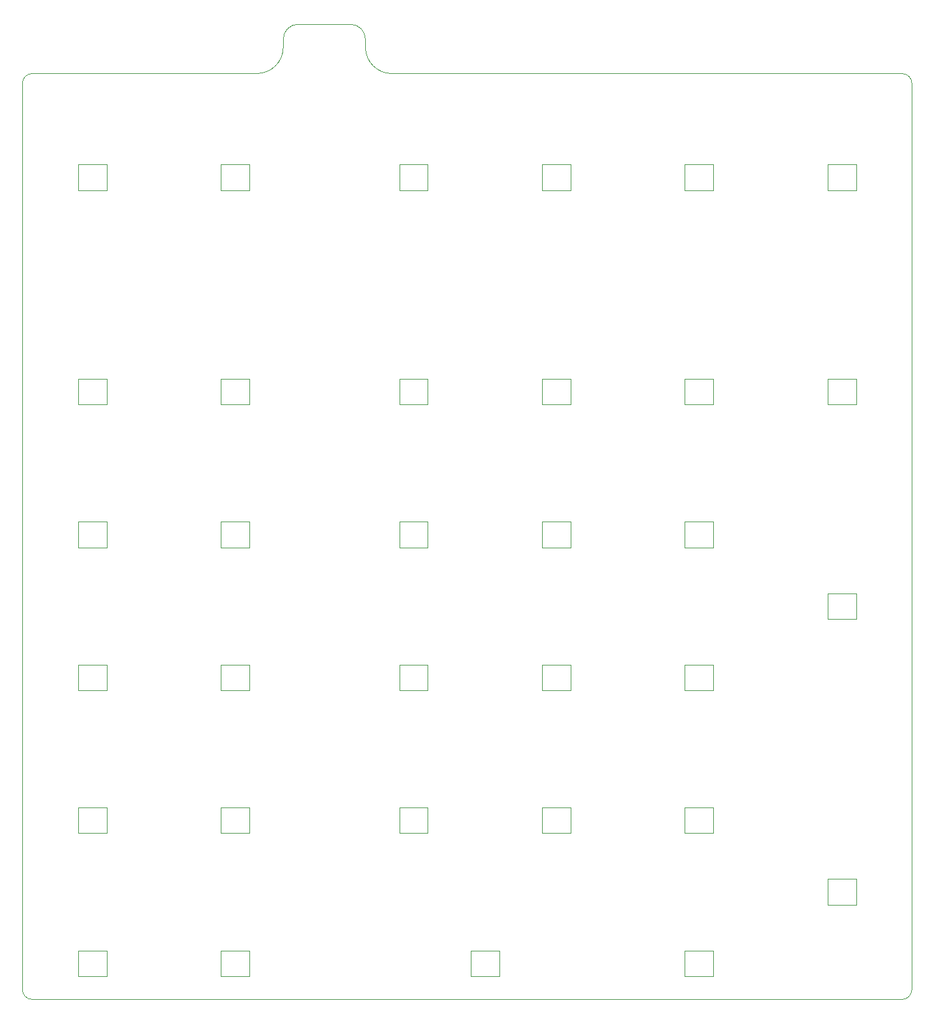
<source format=gbr>
%TF.GenerationSoftware,KiCad,Pcbnew,7.0.5-0*%
%TF.CreationDate,2023-07-30T09:29:21-05:00*%
%TF.ProjectId,Nifty Numpad,4e696674-7920-44e7-956d-7061642e6b69,rev?*%
%TF.SameCoordinates,Original*%
%TF.FileFunction,Profile,NP*%
%FSLAX46Y46*%
G04 Gerber Fmt 4.6, Leading zero omitted, Abs format (unit mm)*
G04 Created by KiCad (PCBNEW 7.0.5-0) date 2023-07-30 09:29:21*
%MOMM*%
%LPD*%
G01*
G04 APERTURE LIST*
%TA.AperFunction,Profile*%
%ADD10C,0.050000*%
%TD*%
%TA.AperFunction,Profile*%
%ADD11C,0.100000*%
%TD*%
G04 APERTURE END LIST*
D10*
X183905000Y-74200000D02*
X154000000Y-74200000D01*
X154000000Y-74200000D02*
G75*
G03*
X152700000Y-75500000I0J-1300000D01*
G01*
X198345000Y-69650000D02*
G75*
G03*
X196345000Y-67650000I-2000000J0D01*
G01*
X183905000Y-74200000D02*
G75*
G03*
X187405000Y-70700000I0J3500000D01*
G01*
X152700000Y-196000000D02*
G75*
G03*
X154000000Y-197300000I1300000J0D01*
G01*
X271050000Y-75500000D02*
G75*
G03*
X269750000Y-74200000I-1300000J0D01*
G01*
X198345000Y-70700000D02*
G75*
G03*
X201845000Y-74200000I3500000J0D01*
G01*
X154000000Y-197300000D02*
X269750000Y-197300000D01*
X271050000Y-196000000D02*
X271050000Y-75500000D01*
X198345000Y-70700000D02*
X198345000Y-69650000D01*
X189405000Y-67650000D02*
G75*
G03*
X187405000Y-69650000I0J-2000000D01*
G01*
X269750000Y-74200000D02*
X201845000Y-74200000D01*
X269750000Y-197300000D02*
G75*
G03*
X271050000Y-196000000I0J1300000D01*
G01*
X152700000Y-75500000D02*
X152700000Y-196000000D01*
X196345000Y-67650000D02*
X189405000Y-67650000D01*
X187405000Y-69650000D02*
X187405000Y-70700000D01*
D11*
%TO.C,D229*%
X259850000Y-184700000D02*
X259850000Y-181300000D01*
X259850000Y-181300000D02*
X263650000Y-181300000D01*
X263650000Y-184700000D02*
X259850000Y-184700000D01*
X263650000Y-181300000D02*
X263650000Y-184700000D01*
%TO.C,D217*%
X240850000Y-137200000D02*
X240850000Y-133800000D01*
X240850000Y-133800000D02*
X244650000Y-133800000D01*
X244650000Y-137200000D02*
X240850000Y-137200000D01*
X244650000Y-133800000D02*
X244650000Y-137200000D01*
%TO.C,D220*%
X179100000Y-156200000D02*
X179100000Y-152800000D01*
X179100000Y-152800000D02*
X182900000Y-152800000D01*
X182900000Y-156200000D02*
X179100000Y-156200000D01*
X182900000Y-152800000D02*
X182900000Y-156200000D01*
%TO.C,D205*%
X240850000Y-89700000D02*
X240850000Y-86300000D01*
X240850000Y-86300000D02*
X244650000Y-86300000D01*
X244650000Y-89700000D02*
X240850000Y-89700000D01*
X244650000Y-86300000D02*
X244650000Y-89700000D01*
%TO.C,D215*%
X202850000Y-137200000D02*
X202850000Y-133800000D01*
X202850000Y-133800000D02*
X206650000Y-133800000D01*
X206650000Y-137200000D02*
X202850000Y-137200000D01*
X206650000Y-133800000D02*
X206650000Y-137200000D01*
%TO.C,D202*%
X179100000Y-89700000D02*
X179100000Y-86300000D01*
X179100000Y-86300000D02*
X182900000Y-86300000D01*
X182900000Y-89700000D02*
X179100000Y-89700000D01*
X182900000Y-86300000D02*
X182900000Y-89700000D01*
%TO.C,D201*%
X160100000Y-89700000D02*
X160100000Y-86300000D01*
X160100000Y-86300000D02*
X163900000Y-86300000D01*
X163900000Y-89700000D02*
X160100000Y-89700000D01*
X163900000Y-86300000D02*
X163900000Y-89700000D01*
%TO.C,D212*%
X259850000Y-118200000D02*
X259850000Y-114800000D01*
X259850000Y-114800000D02*
X263650000Y-114800000D01*
X263650000Y-118200000D02*
X259850000Y-118200000D01*
X263650000Y-114800000D02*
X263650000Y-118200000D01*
%TO.C,D226*%
X202850000Y-175200000D02*
X202850000Y-171800000D01*
X202850000Y-171800000D02*
X206650000Y-171800000D01*
X206650000Y-175200000D02*
X202850000Y-175200000D01*
X206650000Y-171800000D02*
X206650000Y-175200000D01*
%TO.C,D219*%
X160100000Y-156200000D02*
X160100000Y-152800000D01*
X160100000Y-152800000D02*
X163900000Y-152800000D01*
X163900000Y-156200000D02*
X160100000Y-156200000D01*
X163900000Y-152800000D02*
X163900000Y-156200000D01*
%TO.C,D204*%
X221850000Y-89700000D02*
X221850000Y-86300000D01*
X221850000Y-86300000D02*
X225650000Y-86300000D01*
X225650000Y-89700000D02*
X221850000Y-89700000D01*
X225650000Y-86300000D02*
X225650000Y-89700000D01*
%TO.C,D211*%
X240850000Y-118200000D02*
X240850000Y-114800000D01*
X240850000Y-114800000D02*
X244650000Y-114800000D01*
X244650000Y-118200000D02*
X240850000Y-118200000D01*
X244650000Y-114800000D02*
X244650000Y-118200000D01*
%TO.C,D206*%
X259850000Y-89700000D02*
X259850000Y-86300000D01*
X259850000Y-86300000D02*
X263650000Y-86300000D01*
X263650000Y-89700000D02*
X259850000Y-89700000D01*
X263650000Y-86300000D02*
X263650000Y-89700000D01*
%TO.C,D224*%
X160100000Y-175200000D02*
X160100000Y-171800000D01*
X160100000Y-171800000D02*
X163900000Y-171800000D01*
X163900000Y-175200000D02*
X160100000Y-175200000D01*
X163900000Y-171800000D02*
X163900000Y-175200000D01*
%TO.C,D232*%
X212350000Y-194200000D02*
X212350000Y-190800000D01*
X212350000Y-190800000D02*
X216150000Y-190800000D01*
X216150000Y-194200000D02*
X212350000Y-194200000D01*
X216150000Y-190800000D02*
X216150000Y-194200000D01*
%TO.C,D213*%
X160100000Y-137200000D02*
X160100000Y-133800000D01*
X160100000Y-133800000D02*
X163900000Y-133800000D01*
X163900000Y-137200000D02*
X160100000Y-137200000D01*
X163900000Y-133800000D02*
X163900000Y-137200000D01*
%TO.C,D233*%
X240850000Y-194200000D02*
X240850000Y-190800000D01*
X240850000Y-190800000D02*
X244650000Y-190800000D01*
X244650000Y-194200000D02*
X240850000Y-194200000D01*
X244650000Y-190800000D02*
X244650000Y-194200000D01*
%TO.C,D207*%
X160100000Y-118200000D02*
X160100000Y-114800000D01*
X160100000Y-114800000D02*
X163900000Y-114800000D01*
X163900000Y-118200000D02*
X160100000Y-118200000D01*
X163900000Y-114800000D02*
X163900000Y-118200000D01*
%TO.C,D231*%
X179100000Y-194200000D02*
X179100000Y-190800000D01*
X179100000Y-190800000D02*
X182900000Y-190800000D01*
X182900000Y-194200000D02*
X179100000Y-194200000D01*
X182900000Y-190800000D02*
X182900000Y-194200000D01*
%TO.C,D218*%
X259850000Y-146700000D02*
X259850000Y-143300000D01*
X259850000Y-143300000D02*
X263650000Y-143300000D01*
X263650000Y-146700000D02*
X259850000Y-146700000D01*
X263650000Y-143300000D02*
X263650000Y-146700000D01*
%TO.C,D222*%
X221850000Y-156200000D02*
X221850000Y-152800000D01*
X221850000Y-152800000D02*
X225650000Y-152800000D01*
X225650000Y-156200000D02*
X221850000Y-156200000D01*
X225650000Y-152800000D02*
X225650000Y-156200000D01*
%TO.C,D230*%
X160100000Y-194200000D02*
X160100000Y-190800000D01*
X160100000Y-190800000D02*
X163900000Y-190800000D01*
X163900000Y-194200000D02*
X160100000Y-194200000D01*
X163900000Y-190800000D02*
X163900000Y-194200000D01*
%TO.C,D221*%
X202850000Y-156200000D02*
X202850000Y-152800000D01*
X202850000Y-152800000D02*
X206650000Y-152800000D01*
X206650000Y-156200000D02*
X202850000Y-156200000D01*
X206650000Y-152800000D02*
X206650000Y-156200000D01*
%TO.C,D227*%
X221850000Y-175200000D02*
X221850000Y-171800000D01*
X221850000Y-171800000D02*
X225650000Y-171800000D01*
X225650000Y-175200000D02*
X221850000Y-175200000D01*
X225650000Y-171800000D02*
X225650000Y-175200000D01*
%TO.C,D209*%
X202850000Y-118200000D02*
X202850000Y-114800000D01*
X202850000Y-114800000D02*
X206650000Y-114800000D01*
X206650000Y-118200000D02*
X202850000Y-118200000D01*
X206650000Y-114800000D02*
X206650000Y-118200000D01*
%TO.C,D210*%
X221850000Y-118200000D02*
X221850000Y-114800000D01*
X221850000Y-114800000D02*
X225650000Y-114800000D01*
X225650000Y-118200000D02*
X221850000Y-118200000D01*
X225650000Y-114800000D02*
X225650000Y-118200000D01*
%TO.C,D228*%
X240850000Y-175200000D02*
X240850000Y-171800000D01*
X240850000Y-171800000D02*
X244650000Y-171800000D01*
X244650000Y-175200000D02*
X240850000Y-175200000D01*
X244650000Y-171800000D02*
X244650000Y-175200000D01*
%TO.C,D223*%
X240850000Y-156200000D02*
X240850000Y-152800000D01*
X240850000Y-152800000D02*
X244650000Y-152800000D01*
X244650000Y-156200000D02*
X240850000Y-156200000D01*
X244650000Y-152800000D02*
X244650000Y-156200000D01*
%TO.C,D208*%
X179100000Y-118200000D02*
X179100000Y-114800000D01*
X179100000Y-114800000D02*
X182900000Y-114800000D01*
X182900000Y-118200000D02*
X179100000Y-118200000D01*
X182900000Y-114800000D02*
X182900000Y-118200000D01*
%TO.C,D216*%
X221850000Y-137200000D02*
X221850000Y-133800000D01*
X221850000Y-133800000D02*
X225650000Y-133800000D01*
X225650000Y-137200000D02*
X221850000Y-137200000D01*
X225650000Y-133800000D02*
X225650000Y-137200000D01*
%TO.C,D203*%
X202850000Y-89700000D02*
X202850000Y-86300000D01*
X202850000Y-86300000D02*
X206650000Y-86300000D01*
X206650000Y-89700000D02*
X202850000Y-89700000D01*
X206650000Y-86300000D02*
X206650000Y-89700000D01*
%TO.C,D214*%
X179100000Y-137200000D02*
X179100000Y-133800000D01*
X179100000Y-133800000D02*
X182900000Y-133800000D01*
X182900000Y-137200000D02*
X179100000Y-137200000D01*
X182900000Y-133800000D02*
X182900000Y-137200000D01*
%TO.C,D225*%
X179100000Y-175200000D02*
X179100000Y-171800000D01*
X179100000Y-171800000D02*
X182900000Y-171800000D01*
X182900000Y-175200000D02*
X179100000Y-175200000D01*
X182900000Y-171800000D02*
X182900000Y-175200000D01*
%TD*%
M02*

</source>
